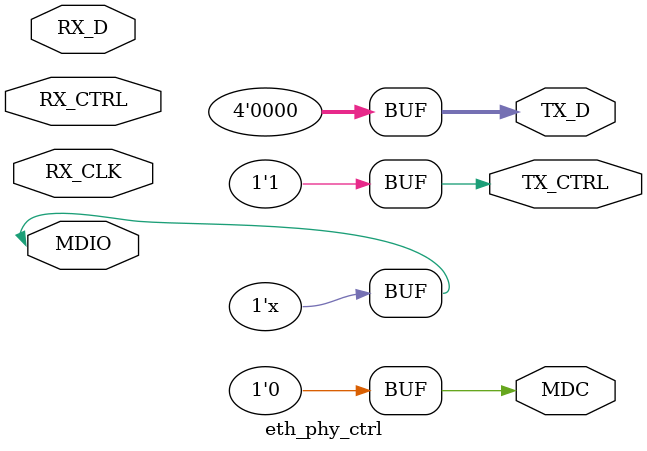
<source format=v>

module eth_phy_ctrl(
output MDC,
inout MDIO,
input RX_CLK,
input RX_CTRL,
input [3:0] RX_D,
output TX_CTRL,
output [3:0] TX_D
);

assign TX_CTRL = 1;
assign TX_D = 0;
assign MDIO = 1'bz;
assign MDC = 0;

endmodule

</source>
